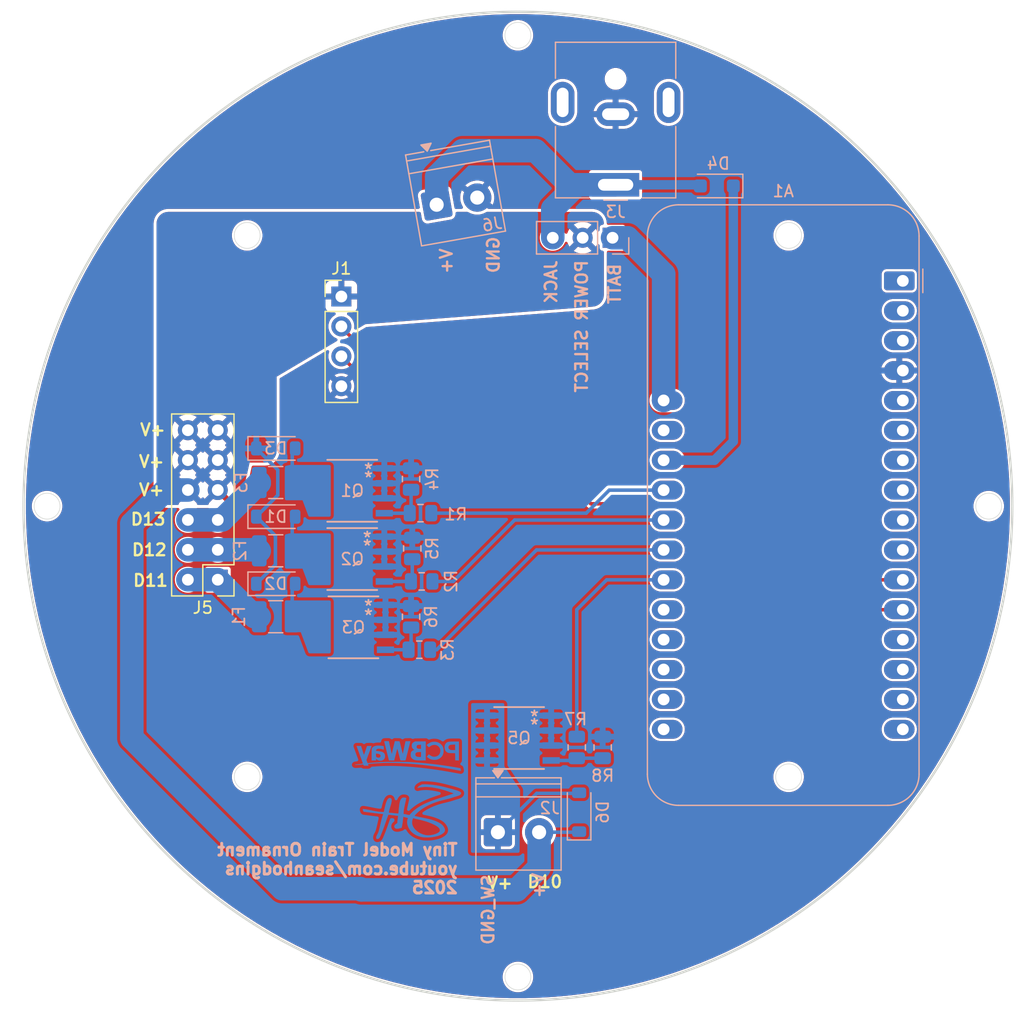
<source format=kicad_pcb>
(kicad_pcb (version 20241229) (generator "pcbnew") (generator_version "9.0")
  (layers (0 "F.Cu" signal) (2 "B.Cu" signal) (13 "F.Paste" user) (15 "B.Paste" user) (5 "F.SilkS" user "F.Silkscreen") (7 "B.SilkS" user "B.Silkscreen") (1 "F.Mask" user) (3 "B.Mask" user) (25 "Edge.Cuts" user))
  (net 0 "")
  (net 1 "+5V")
  (net 16 "/PH1")
  (net 17 "Net-(J5-Pin_1)")
  (net 18 "/PH3")
  (net 19 "Net-(J5-Pin_3)")
  (net 20 "/PH2")
  (net 21 "Net-(J5-Pin_5)")
  (net 22 "/COIL")
  (net 23 "GND")
  (net 24 "Net-(Q1-Pad4)")
  (net 25 "Net-(Q2-Pad4)")
  (net 26 "Net-(Q3-Pad4)")
  (net 27 "Net-(Q5-Pad4)")
  (net 28 "/PH1_EN")
  (net 29 "/PH2_EN")
  (net 30 "/PH3_EN")
  (net 31 "/COIL_EN")
  (net 32 "+BATT")
  (net 33 "Net-(A1-USB)")
  (net 34 "/JACK")
  (net 35 "/DATA")
  (net 36 "/CLK")
  (footprint "Connector_PinHeader_2.54mm:PinHeader_2x06_P2.54mm_Vertical" (layer "F.Cu") (at 74.5 106.25 180)
    (property "Reference" "J5")
    (property "Value" "Conn_02x06_Odd_Even" (hide yes))
  )
  (footprint "Connector_PinHeader_2.54mm:PinHeader_1x04_P2.54mm_Vertical" (layer "F.Cu") (at 85 82.19)
    (property "Reference" "J1")
    (property "Value" "LED")
  )
  (footprint "Fuse:Fuse_1210_3225Metric" (layer "B.Cu") (at 79.42415 109.395)
    (property "Reference" "F1")
    (property "Value" "PLF_5A")
  )
  (footprint "Diode_SMD:D_SOD-123" (layer "B.Cu") (at 79.42415 100.895)
    (property "Reference" "D1")
    (property "Value" "1N4148W")
  )
  (footprint "Resistor_SMD:R_0805_2012Metric" (layer "B.Cu") (at 91.02415 103.595 -90)
    (property "Reference" "R5")
    (property "Value" "10K")
  )
  (footprint "logos:pcbway_mask" (layer "B.Cu") (at 90.7 121.25 180)
    (property "Reference" "G***" (hide yes))
    (property "Value" "LOGO" (hide yes))
  )
  (footprint "Resistor_SMD:R_0805_2012Metric" (layer "B.Cu") (at 91.72415 100.595 180)
    (property "Reference" "R1")
    (property "Value" "220")
  )
  (footprint "Module:Adafruit_Feather" (layer "B.Cu") (at 132.7 80.86 180)
    (property "Reference" "A1")
    (property "Value" "Adafruit_Feather_HUZZAH32_ESP32")
  )
  (footprint "TerminalBlock_Phoenix:TerminalBlock_Phoenix_PT-1,5-2-3.5-H_1x02_P3.50mm_Horizontal" (layer "B.Cu") (at 93.098141 74.39325 10)
    (property "Reference" "J6")
    (property "Value" "ST_BLA")
  )
  (footprint "Fuse:Fuse_1210_3225Metric" (layer "B.Cu") (at 79.42415 103.795)
    (property "Reference" "F2")
    (property "Value" "PLF_5A")
  )
  (footprint "Resistor_SMD:R_0805_2012Metric" (layer "B.Cu") (at 91.82415 106.395 180)
    (property "Reference" "R2")
    (property "Value" "220")
  )
  (footprint "Resistor_SMD:R_0805_2012Metric" (layer "B.Cu") (at 105 120.5 -90)
    (property "Reference" "R7")
    (property "Value" "220")
  )
  (footprint "model_train_footprints:SO8SOP-8L_AOS" (layer "B.Cu") (at 85.92415 104.495 180)
    (property "Reference" "Q2")
    (property "Value" "AOSP36326C")
  )
  (footprint "Diode_SMD:D_SOD-123" (layer "B.Cu") (at 105.2 126 90)
    (property "Reference" "D6")
    (property "Value" "1N4148W")
  )
  (footprint "TerminalBlock_Phoenix:TerminalBlock_Phoenix_PT-1,5-2-3.5-H_1x02_P3.50mm_Horizontal" (layer "B.Cu") (at 98.3 127.7)
    (property "Reference" "J2")
    (property "Value" "ST_BLA")
  )
  (footprint "logos:pcbway_cu" (layer "B.Cu") (at 90.7 121.25 180)
    (property "Reference" "G***" (hide yes))
    (property "Value" "LOGO" (hide yes))
  )
  (footprint "logos:SH_Logo_cu" (layer "B.Cu") (at 91 126 180)
    (property "Reference" "G***" (hide yes))
    (property "Value" "LOGO" (hide yes))
  )
  (footprint "Diode_SMD:D_SOD-123" (layer "B.Cu") (at 79.42415 106.595)
    (property "Reference" "D2")
    (property "Value" "1N4148W")
  )
  (footprint "logos:SH_Logo" (layer "B.Cu") (at 91 126 180)
    (property "Reference" "G***" (hide yes))
    (property "Value" "LOGO" (hide yes))
  )
  (footprint "Connector_PinHeader_2.54mm:PinHeader_1x03_P2.54mm_Vertical" (layer "B.Cu") (at 108.04 77.2 90)
    (property "Reference" "JP1" (hide yes))
    (property "Value" "power_select")
  )
  (footprint "Fuse:Fuse_1210_3225Metric" (layer "B.Cu") (at 79.42415 97.995)
    (property "Reference" "F3")
    (property "Value" "PLF_5A")
  )
  (footprint "Diode_SMD:D_SOD-123F" (layer "B.Cu") (at 116.9 72.8 180)
    (property "Reference" "D4")
    (property "Value" "MBR230L")
  )
  (footprint "Resistor_SMD:R_0805_2012Metric" (layer "B.Cu") (at 91.62415 112.195 180)
    (property "Reference" "R3")
    (property "Value" "220")
  )
  (footprint "Connector_BarrelJack:BarrelJack_CUI_PJ-063AH_Horizontal" (layer "B.Cu") (at 108.3 72.7)
    (property "Reference" "J3")
    (property "Value" "Barrel_Jack_Switch")
  )
  (footprint "Resistor_SMD:R_0805_2012Metric" (layer "B.Cu") (at 107.2 120.5 -90)
    (property "Reference" "R8")
    (property "Value" "10K")
  )
  (footprint "model_train_footprints:SO8SOP-8L_AOS" (layer "B.Cu") (at 100.1 119.7 180)
    (property "Reference" "Q5")
    (property "Value" "AOSP36326C")
  )
  (footprint "Diode_SMD:D_SOD-123" (layer "B.Cu") (at 79.42415 95.095)
    (property "Reference" "D3")
    (property "Value" "1N4148W")
  )
  (footprint "Resistor_SMD:R_0805_2012Metric" (layer "B.Cu") (at 90.92415 97.695 -90)
    (property "Reference" "R4")
    (property "Value" "10K")
  )
  (footprint "model_train_footprints:SO8SOP-8L_AOS" (layer "B.Cu") (at 86.02415 110.295 180)
    (property "Reference" "Q3")
    (property "Value" "AOSP36326C")
  )
  (footprint "Resistor_SMD:R_0805_2012Metric" (layer "B.Cu") (at 90.92415 109.395 -90)
    (property "Reference" "R6")
    (property "Value" "10K")
  )
  (footprint "model_train_footprints:SO8SOP-8L_AOS" (layer "B.Cu") (at 85.92415 98.695 180)
    (property "Reference" "Q1")
    (property "Value" "AOSP36326C")
  )
  (gr_circle (center 100 140) (end 101.1 140) (stroke (width 0.05)) (fill no) (layer "Edge.Cuts"))
  (gr_circle (center 60 100) (end 61.1 100) (stroke (width 0.05)) (fill no) (layer "Edge.Cuts"))
  (gr_circle (center 123 77) (end 124.1 77) (stroke (width 0.05)) (fill no) (layer "Edge.Cuts"))
  (gr_circle (center 77 123) (end 78.1 123) (stroke (width 0.05)) (fill no) (layer "Edge.Cuts"))
  (gr_circle (center 77 77) (end 78.1 77) (stroke (width 0.05)) (fill no) (layer "Edge.Cuts"))
  (gr_circle (center 100 100) (end 142 100) (stroke (width 0.2)) (fill no) (layer "Edge.Cuts"))
  (gr_circle (center 140 100) (end 141.1 100) (stroke (width 0.05)) (fill no) (layer "Edge.Cuts"))
  (gr_circle (center 123 123) (end 124.1 123) (stroke (width 0.05)) (fill no) (layer "Edge.Cuts"))
  (gr_circle (center 100 60) (end 101.1 60) (stroke (width 0.05)) (fill no) (layer "Edge.Cuts"))
  (gr_text "V+" (at 67.7 96.8 0) (layer "F.SilkS") (effects (font (size 1 1) (thickness 0.2) (bold yes)) (justify left bottom)))
  (gr_text "D11" (at 67.2 106.9 0) (layer "F.SilkS") (effects (font (size 1 1) (thickness 0.2) (bold yes)) (justify left bottom)))
  (gr_text "D12" (at 67.1 104.3 0) (layer "F.SilkS") (effects (font (size 1 1) (thickness 0.2) (bold yes)) (justify left bottom)))
  (gr_text "V+" (at 97.3 132.6 0) (layer "F.SilkS") (effects (font (size 1 1) (thickness 0.2) (bold yes)) (justify left bottom)))
  (gr_text "D13" (at 67 101.7 0) (layer "F.SilkS") (effects (font (size 1 1) (thickness 0.2) (bold yes)) (justify left bottom)))
  (gr_text "V+" (at 67.7 99.2 0) (layer "F.SilkS") (effects (font (size 1 1) (thickness 0.2) (bold yes)) (justify left bottom)))
  (gr_text "D10" (at 100.7 132.5 0) (layer "F.SilkS") (effects (font (size 1 1) (thickness 0.2) (bold yes)) (justify left bottom)))
  (gr_text "V+" (at 67.8 94.1 0) (layer "F.SilkS") (effects (font (size 1 1) (thickness 0.2) (bold yes)) (justify left bottom)))
  (gr_text "GND" (at 98.5 77 90) (layer "B.SilkS") (effects (font (size 1 1) (thickness 0.2) (bold yes)) (justify left bottom mirror)))
  (gr_text "SW_GND" (at 98.05 131.2 90) (layer "B.SilkS") (effects (font (size 1 1) (thickness 0.2) (bold yes)) (justify left bottom mirror)))
  (gr_text "Tiny Model Train Ornament \nyoutube.com/seanhodgins\n2025" (at 95 133 0) (layer "B.SilkS") (effects (font (size 1 1) (thickness 0.25) (bold yes)) (justify left bottom mirror)))
  (gr_text "BATT" (at 108.8 79.3 90) (layer "B.SilkS") (effects (font (size 1 1) (thickness 0.2) (bold yes)) (justify left bottom mirror)))
  (gr_text "POWER SELECT\n" (at 106 79 90) (layer "B.SilkS") (effects (font (size 1 1) (thickness 0.2) (bold yes)) (justify left bottom mirror)))
  (gr_text "V+" (at 102.35 131.05 90) (layer "B.SilkS") (effects (font (size 1 1) (thickness 0.2) (bold yes)) (justify left bottom mirror)))
  (gr_text "V+" (at 94.5 78 90) (layer "B.SilkS") (effects (font (size 1 1) (thickness 0.2) (bold yes)) (justify left bottom mirror)))
  (gr_text "JACK" (at 103.4 79 90) (layer "B.SilkS") (effects (font (size 1 1) (thickness 0.2) (bold yes)) (justify left bottom mirror)))
  (segment (start 79.6 96.92085) (end 79.6 99.06915) (width 0.3) (layer "B.Cu") (net 1))
  (segment (start 86.7 132.6) (end 99.9 132.6) (width 2) (layer "B.Cu") (net 1))
  (segment (start 79.4 102.52085) (end 79.4 104.96915) (width 0.3) (layer "B.Cu") (net 1))
  (segment (start 77.77415 100.895) (end 79.4 102.52085) (width 0.3) (layer "B.Cu") (net 1))
  (segment (start 67.2 101.5) (end 67.2 119.7) (width 2) (layer "B.Cu") (net 1))
  (segment (start 71.96 98.63) (end 70.07 98.63) (width 2) (layer "B.Cu") (net 1))
  (segment (start 79.4 104.96915) (end 77.77415 106.595) (width 0.3) (layer "B.Cu") (net 1))
  (segment (start 79.6 99.06915) (end 77.77415 100.895) (width 0.3) (layer "B.Cu") (net 1))
  (segment (start 86.6 132.5) (end 86.7 132.6) (width 2) (layer "B.Cu") (net 1))
  (segment (start 70.07 98.63) (end 67.2 101.5) (width 2) (layer "B.Cu") (net 1))
  (segment (start 67.2 119.7) (end 80 132.5) (width 2) (layer "B.Cu") (net 1))
  (segment (start 105.15 127.7) (end 105.2 127.65) (width 0.3) (layer "B.Cu") (net 1))
  (segment (start 101.8 130.7) (end 101.8 127.7) (width 2) (layer "B.Cu") (net 1))
  (segment (start 77.77415 95.095) (end 79.6 96.92085) (width 0.3) (layer "B.Cu") (net 1))
  (segment (start 101.8 127.7) (end 105.15 127.7) (width 0.3) (layer "B.Cu") (net 1))
  (segment (start 99.9 132.6) (end 101.8 130.7) (width 2) (layer "B.Cu") (net 1))
  (segment (start 80 132.5) (end 86.6 132.5) (width 2) (layer "B.Cu") (net 1))
  (segment (start 80.82415 95.345) (end 81.07415 95.095) (width 0.3) (layer "B.Cu") (net 16))
  (segment (start 80.82415 97.995) (end 80.82415 95.345) (width 0.3) (layer "B.Cu") (net 16))
  (segment (start 77.645 109.395) (end 74.5 106.25) (width 2) (layer "B.Cu") (net 17))
  (segment (start 78.02415 109.395) (end 77.645 109.395) (width 2) (layer "B.Cu") (net 17))
  (segment (start 71.96 106.25) (end 74.5 106.25) (width 2) (layer "B.Cu") (net 17))
  (segment (start 80.82415 109.395) (end 80.82415 106.845) (width 0.3) (layer "B.Cu") (net 18))
  (segment (start 80.82415 106.845) (end 81.07415 106.595) (width 0.3) (layer "B.Cu") (net 18))
  (segment (start 77.93915 103.71) (end 78.02415 103.795) (width 2) (layer "B.Cu") (net 19))
  (segment (start 71.96 103.71) (end 77.93915 103.71) (width 2) (layer "B.Cu") (net 19))
  (segment (start 80.82415 101.145) (end 81.07415 100.895) (width 0.3) (layer "B.Cu") (net 20))
  (segment (start 80.82415 103.795) (end 80.82415 101.145) (width 0.3) (layer "B.Cu") (net 20))
  (segment (start 74.876246 101.17) (end 78.02415 98.022096) (width 2) (layer "B.Cu") (net 21))
  (segment (start 74.5 101.17) (end 74.876246 101.17) (width 2) (layer "B.Cu") (net 21))
  (segment (start 71.96 101.17) (end 74.5 101.17) (width 2) (layer "B.Cu") (net 21))
  (segment (start 78.02415 98.022096) (end 78.02415 97.995) (width 2) (layer "B.Cu") (net 21))
  (segment (start 101.6 124.4) (end 105.15 124.4) (width 0.3) (layer "B.Cu") (net 22))
  (segment (start 105.15 124.4) (end 105.2 124.35) (width 0.3) (layer "B.Cu") (net 22))
  (segment (start 98.3 127.7) (end 101.6 124.4) (width 0.3) (layer "B.Cu") (net 22))
  (segment (start 90.92415 98.6075) (end 90.92415 100.4825) (width 0.3) (layer "B.Cu") (net 24))
  (segment (start 90.80665 100.6) (end 90.81165 100.595) (width 0.3) (layer "B.Cu") (net 24))
  (segment (start 88.6483 100.6) (end 90.80665 100.6) (width 0.3) (layer "B.Cu") (net 24))
  (segment (start 90.92415 100.4825) (end 90.81165 100.595) (width 0.3) (layer "B.Cu") (net 24))
  (segment (start 91.02415 106.2825) (end 90.91165 106.395) (width 0.3) (layer "B.Cu") (net 25))
  (segment (start 88.6483 106.4) (end 90.90665 106.4) (width 0.3) (layer "B.Cu") (net 25))
  (segment (start 91.02415 104.5075) (end 91.02415 106.2825) (width 0.3) (layer "B.Cu") (net 25))
  (segment (start 90.90665 106.4) (end 90.91165 106.395) (width 0.3) (layer "B.Cu") (net 25))
  (segment (start 90.92415 111.9825) (end 90.71165 112.195) (width 0.3) (layer "B.Cu") (net 26))
  (segment (start 90.92415 110.3075) (end 90.92415 111.9825) (width 0.3) (layer "B.Cu") (net 26))
  (segment (start 88.7483 112.2) (end 90.70665 112.2) (width 0.3) (layer "B.Cu") (net 26))
  (segment (start 90.70665 112.2) (end 90.71165 112.195) (width 0.3) (layer "B.Cu") (net 26))
  (segment (start 102.82415 121.605) (end 104.8075 121.605) (width 0.3) (layer "B.Cu") (net 27))
  (segment (start 105 121.4125) (end 107.2 121.4125) (width 0.3) (layer "B.Cu") (net 27))
  (segment (start 104.8075 121.605) (end 105 121.4125) (width 0.3) (layer "B.Cu") (net 27))
  (segment (start 105.805 100.595) (end 107.76 98.64) (width 0.3) (layer "B.Cu") (net 28))
  (segment (start 107.76 98.64) (end 112.38 98.64) (width 0.3) (layer "B.Cu") (net 28))
  (segment (start 92.63665 100.595) (end 105.805 100.595) (width 0.3) (layer "B.Cu") (net 28))
  (segment (start 112.38 101.18) (end 99.72 101.18) (width 0.3) (layer "B.Cu") (net 29))
  (segment (start 94.505 106.395) (end 92.73665 106.395) (width 0.3) (layer "B.Cu") (net 29))
  (segment (start 99.72 101.18) (end 94.505 106.395) (width 0.3) (layer "B.Cu") (net 29))
  (segment (start 101.58 103.72) (end 112.38 103.72) (width 0.3) (layer "B.Cu") (net 30))
  (segment (start 92.53665 112.195) (end 93.105 112.195) (width 0.3) (layer "B.Cu") (net 30))
  (segment (start 93.105 112.195) (end 101.58 103.72) (width 0.3) (layer "B.Cu") (net 30))
  (segment (start 107.54 106.26) (end 112.38 106.26) (width 0.3) (layer "B.Cu") (net 31))
  (segment (start 105 119.5875) (end 105 108.8) (width 0.3) (layer "B.Cu") (net 31))
  (segment (start 105 108.8) (end 107.54 106.26) (width 0.3) (layer "B.Cu") (net 31))
  (segment (start 109.3 77.2) (end 112.38 80.28) (width 2) (layer "B.Cu") (net 32))
  (segment (start 112.38 80.28) (end 112.38 91.02) (width 2) (layer "B.Cu") (net 32))
  (segment (start 108.04 77.2) (end 109.3 77.2) (width 2) (layer "B.Cu") (net 32))
  (segment (start 118.3 94.5) (end 116.7 96.1) (width 0.8) (layer "B.Cu") (net 33))
  (segment (start 118.3 72.8) (end 118.3 94.5) (width 0.8) (layer "B.Cu") (net 33))
  (segment (start 116.7 96.1) (end 112.38 96.1) (width 0.8) (layer "B.Cu") (net 33))
  (segment (start 104.4 72.7) (end 101.5 69.8) (width 2) (layer "B.Cu") (net 34))
  (segment (start 108.3 72.7) (end 115.4 72.7) (width 0.8) (layer "B.Cu") (net 34))
  (segment (start 108.3 72.7) (end 105 72.7) (width 2) (layer "B.Cu") (net 34))
  (segment (start 93.098141 72.001859) (end 93.098141 74.39325) (width 2) (layer "B.Cu") (net 34))
  (segment (start 115.4 72.7) (end 115.5 72.8) (width 0.8) (layer "B.Cu") (net 34))
  (segment (start 102.96 74.74) (end 102.96 77.2) (width 2) (layer "B.Cu") (net 34))
  (segment (start 105 72.7) (end 102.96 74.74) (width 2) (layer "B.Cu") (net 34))
  (segment (start 95.3 69.8) (end 93.098141 72.001859) (width 2) (layer "B.Cu") (net 34))
  (segment (start 101.5 69.8) (end 95.3 69.8) (width 2) (layer "B.Cu") (net 34))
  (segment (start 108.3 72.7) (end 104.4 72.7) (width 2) (layer "B.Cu") (net 34))
  (segment (start 120.39148 99.8) (end 106.2 99.8) (width 0.3) (layer "F.Cu") (net 35))
  (segment (start 95.03 97.3) (end 85 87.27) (width 0.3) (layer "F.Cu") (net 35))
  (segment (start 129.391479 108.799999) (end 120.39148 99.8) (width 0.3) (layer "F.Cu") (net 35))
  (segment (start 103.7 97.3) (end 95.03 97.3) (width 0.3) (layer "F.Cu") (net 35))
  (segment (start 106.2 99.8) (end 103.7 97.3) (width 0.3) (layer "F.Cu") (net 35))
  (segment (start 132.7 108.799999) (end 129.391479 108.799999) (width 0.3) (layer "F.Cu") (net 35))
  (segment (start 103.8 95.9) (end 105.389 97.489) (width 0.3) (layer "F.Cu") (net 36))
  (segment (start 96.1 95.9) (end 103.8 95.9) (width 0.3) (layer "F.Cu") (net 36))
  (segment (start 85 84.8) (end 96.1 95.9) (width 0.3) (layer "F.Cu") (net 36))
  (segment (start 85 84.73) (end 85 84.8) (width 0.3) (layer "F.Cu") (net 36))
  (segment (start 118.789 97.489) (end 127.56 106.26) (width 0.3) (layer "F.Cu") (net 36))
  (segment (start 105.389 97.489) (end 118.789 97.489) (width 0.3) (layer "F.Cu") (net 36))
  (segment (start 127.56 106.26) (end 132.7 106.26) (width 0.3) (layer "F.Cu") (net 36))
  (zone (net 1) (net_name "+5V") (layers "F.Cu" "B.Cu") (priority 1) (connect_pads (clearance 0.25)) (min_thickness 0.25) (fill yes (thermal_gap 0.5) (thermal_bridge_width 0.5) (smoothing fillet) (radius 1))
    (polygon (pts (xy 107.3 75) (xy 107.3 82.976885) (xy 87.038099 84.538099) (xy 79.5 89) (xy 79.5 96.3) (xy 77.2 96.3) (xy 76.4 99.9) (xy 69.3 99.9) (xy 69.3 75)))
  )
  (zone (net 23) (net_name "GND") (layers "F.Cu" "B.Cu") (connect_pads (clearance 0.25)) (min_thickness 0.25) (fill yes (thermal_gap 0.25) (thermal_bridge_width 0.5))
    (polygon (pts (xy 143 57) (xy 143 143.5) (xy 56 143.5) (xy 56 57)))
  )
  (zone (net 16) (net_name "/PH1") (layer "B.Cu") (priority 2) (connect_pads yes (clearance 0.25)) (min_thickness 0.25) (fill yes (thermal_gap 0.5) (thermal_bridge_width 0.5))
    (polygon (pts (xy 80.2 99.5) (xy 81.7 99.5) (xy 82.225 100.9) (xy 84.1 100.9) (xy 84.1 96.5) (xy 80.6 96.5) (xy 80.2 96.6)))
  )
  (zone (net 18) (net_name "/PH3") (layer "B.Cu") (priority 2) (connect_pads yes (clearance 0.25)) (min_thickness 0.25) (fill yes (thermal_gap 0.5) (thermal_bridge_width 0.5))
    (polygon (pts (xy 80.2 110.708454) (xy 81.55 110.708454) (xy 82.225 112.508454) (xy 84.1 112.508454) (xy 84.1 108.008454) (xy 81.000001 108.008454) (xy 80.2 108)))
  )
  (zone (net 22) (net_name "/COIL") (layer "B.Cu") (priority 3) (connect_pads (clearance 0.25)) (min_thickness 0.25) (fill yes (thermal_gap 0.25) (thermal_bridge_width 0.5))
    (polygon (pts (xy 100.141229 129.45) (xy 100.188096 124.107145) (xy 98.85 122.1) (xy 98.843519 116.732686) (xy 96.025186 116.732686) (xy 96.007349 129.45)))
  )
  (zone (net 20) (net_name "/PH2") (layer "B.Cu") (priority 2) (connect_pads yes (clearance 0.25)) (min_thickness 0.25) (fill yes (thermal_gap 0.5) (thermal_bridge_width 0.5))
    (polygon (pts (xy 80.2 105.31268) (xy 81.7 105.31268) (xy 82.225 106.71268) (xy 84.1 106.71268) (xy 84.1 102.31268) (xy 80.6 102.31268) (xy 80.2 102.41268)))
  )
)
</source>
